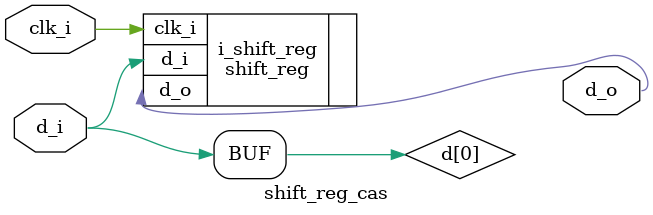
<source format=v>
module shift_reg_cas #(
   parameter DELAYS = 2,
   parameter WIDTH = 1
) (
   input clk_i,
   input [WIDTH-1:0] d_i,
   output [WIDTH-1:0] d_o
);
   localparam EACH = 512;
   localparam STAGES = (DELAYS + EACH - 1) / EACH;

   wire [WIDTH-1:0] d[0:STAGES-1];
   assign d[0] = d_i;
   genvar i;
   generate
      for (i = 0; i < STAGES - 1; i = i + 1) begin : g
         shift_reg #(
            .DELAYS (EACH),
            .WIDTH (WIDTH)
         ) i_shift_reg (
            .clk_i (clk_i),
            .d_i (d[i]),
            .d_o (d[i+1])
         );
      end
   endgenerate
   shift_reg #(
      .DELAYS (DELAYS - (STAGES - 1) * EACH),
      .WIDTH (WIDTH)
   ) i_shift_reg (
      .clk_i (clk_i),
      .d_i (d[STAGES-1]),
      .d_o (d_o)
   );

endmodule

</source>
